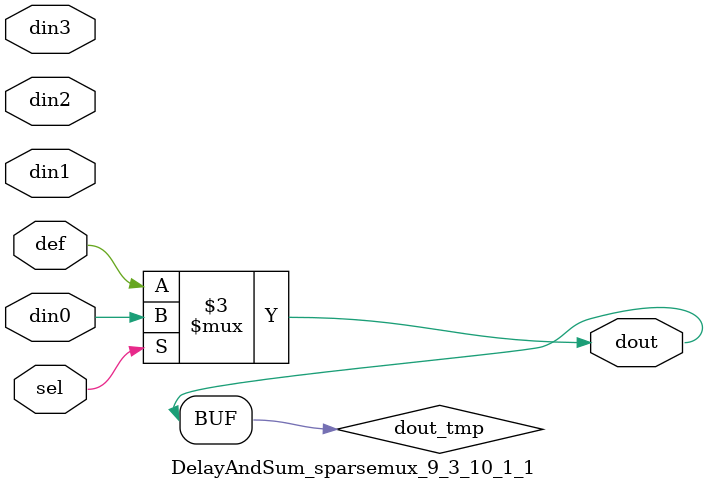
<source format=v>
`timescale 1ns / 1ps

module DelayAndSum_sparsemux_9_3_10_1_1 (din0,din1,din2,din3,def,sel,dout);

parameter din0_WIDTH = 1;

parameter din1_WIDTH = 1;

parameter din2_WIDTH = 1;

parameter din3_WIDTH = 1;

parameter def_WIDTH = 1;
parameter sel_WIDTH = 1;
parameter dout_WIDTH = 1;

parameter [sel_WIDTH-1:0] CASE0 = 1;

parameter [sel_WIDTH-1:0] CASE1 = 1;

parameter [sel_WIDTH-1:0] CASE2 = 1;

parameter [sel_WIDTH-1:0] CASE3 = 1;

parameter ID = 1;
parameter NUM_STAGE = 1;



input [din0_WIDTH-1:0] din0;

input [din1_WIDTH-1:0] din1;

input [din2_WIDTH-1:0] din2;

input [din3_WIDTH-1:0] din3;

input [def_WIDTH-1:0] def;
input [sel_WIDTH-1:0] sel;

output [dout_WIDTH-1:0] dout;



reg [dout_WIDTH-1:0] dout_tmp;


always @ (*) begin
(* parallel_case *) case (sel)
    
    CASE0 : dout_tmp = din0;
    
    CASE1 : dout_tmp = din1;
    
    CASE2 : dout_tmp = din2;
    
    CASE3 : dout_tmp = din3;
    
    default : dout_tmp = def;
endcase
end


assign dout = dout_tmp;



endmodule

</source>
